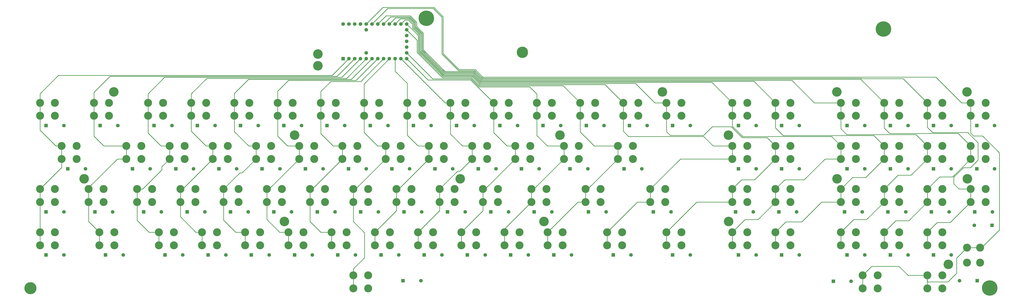
<source format=gtl>
%TF.GenerationSoftware,KiCad,Pcbnew,5.1.9-1.fc33*%
%TF.CreationDate,2021-04-02T14:54:25-04:00*%
%TF.ProjectId,pcb,7063622e-6b69-4636-9164-5f7063625858,rev?*%
%TF.SameCoordinates,Original*%
%TF.FileFunction,Copper,L1,Top*%
%TF.FilePolarity,Positive*%
%FSLAX46Y46*%
G04 Gerber Fmt 4.6, Leading zero omitted, Abs format (unit mm)*
G04 Created by KiCad (PCBNEW 5.1.9-1.fc33) date 2021-04-02 14:54:25*
%MOMM*%
%LPD*%
G01*
G04 APERTURE LIST*
%TA.AperFunction,ComponentPad*%
%ADD10C,4.200000*%
%TD*%
%TA.AperFunction,ComponentPad*%
%ADD11C,5.300000*%
%TD*%
%TA.AperFunction,ComponentPad*%
%ADD12C,5.000000*%
%TD*%
%TA.AperFunction,ComponentPad*%
%ADD13C,6.800000*%
%TD*%
%TA.AperFunction,ComponentPad*%
%ADD14C,1.600000*%
%TD*%
%TA.AperFunction,ComponentPad*%
%ADD15R,1.600000X1.600000*%
%TD*%
%TA.AperFunction,ComponentPad*%
%ADD16C,3.500000*%
%TD*%
%TA.AperFunction,Conductor*%
%ADD17C,0.250000*%
%TD*%
G04 APERTURE END LIST*
D10*
%TO.P,3.0mm,1*%
%TO.N,N/C*%
X482208000Y-247880000D03*
%TD*%
%TO.P,3.0mm,1*%
%TO.N,N/C*%
X190308000Y-228980000D03*
%TD*%
%TO.P,3.0mm,1*%
%TO.N,N/C*%
X304408000Y-228980000D03*
%TD*%
%TO.P,3.0mm,1*%
%TO.N,N/C*%
X385608000Y-228980000D03*
%TD*%
%TO.P,3.0mm,1*%
%TO.N,N/C*%
X102208000Y-210180000D03*
%TD*%
%TO.P,3.0mm,1*%
%TO.N,N/C*%
X267608000Y-210180000D03*
%TD*%
%TO.P,3.0mm,1*%
%TO.N,N/C*%
X433308000Y-210180000D03*
%TD*%
%TO.P,3.0mm,1*%
%TO.N,N/C*%
X490608000Y-210180000D03*
%TD*%
%TO.P,3.0mm,1*%
%TO.N,N/C*%
X194808000Y-190980000D03*
%TD*%
%TO.P,3.0mm,1*%
%TO.N,N/C*%
X311408000Y-190980000D03*
%TD*%
%TO.P,3.0mm,1*%
%TO.N,N/C*%
X385508000Y-190980000D03*
%TD*%
%TO.P,3.0mm,1*%
%TO.N,N/C*%
X115308000Y-171880000D03*
%TD*%
%TO.P,3.0mm,1*%
%TO.N,N/C*%
X356508000Y-171880000D03*
%TD*%
%TO.P,3.0mm,1*%
%TO.N,N/C*%
X433208000Y-171880000D03*
%TD*%
%TO.P,3.0mm,1*%
%TO.N,N/C*%
X490408000Y-171880000D03*
%TD*%
%TO.P,3.0mm,1*%
%TO.N,N/C*%
X205008000Y-160380000D03*
%TD*%
%TO.P,3.0mm,1*%
%TO.N,N/C*%
X205008000Y-155180000D03*
%TD*%
D11*
%TO.P,4.1mm,1*%
%TO.N,N/C*%
X78608000Y-258380000D03*
%TD*%
D12*
%TO.P,3.8mm,1*%
%TO.N,N/C*%
X294908000Y-154480000D03*
%TD*%
D13*
%TO.P,5.6mm,1*%
%TO.N,N/C*%
X500408000Y-258280000D03*
%TD*%
%TO.P,5.6mm,1*%
%TO.N,N/C*%
X252708000Y-139480000D03*
%TD*%
%TO.P,5.6mm,1*%
%TO.N,N/C*%
X453708000Y-144180000D03*
%TD*%
D14*
%TO.P,D0,2*%
%TO.N,Net-(D0-Pad2)*%
X93308000Y-186730000D03*
D15*
%TO.P,D0,1*%
%TO.N,/row0*%
X85508000Y-186730000D03*
%TD*%
D14*
%TO.P,D1,2*%
%TO.N,Net-(D1-Pad2)*%
X117058000Y-186730000D03*
D15*
%TO.P,D1,1*%
%TO.N,/row0*%
X109258000Y-186730000D03*
%TD*%
D14*
%TO.P,D2,2*%
%TO.N,Net-(D2-Pad2)*%
X140808000Y-186730000D03*
D15*
%TO.P,D2,1*%
%TO.N,/row0*%
X133008000Y-186730000D03*
%TD*%
D14*
%TO.P,D3,2*%
%TO.N,Net-(D3-Pad2)*%
X159808000Y-186730000D03*
D15*
%TO.P,D3,1*%
%TO.N,/row0*%
X152008000Y-186730000D03*
%TD*%
D14*
%TO.P,D4,2*%
%TO.N,Net-(D4-Pad2)*%
X178808000Y-186730000D03*
D15*
%TO.P,D4,1*%
%TO.N,/row0*%
X171008000Y-186730000D03*
%TD*%
D14*
%TO.P,D5,2*%
%TO.N,Net-(D5-Pad2)*%
X197808000Y-186730000D03*
D15*
%TO.P,D5,1*%
%TO.N,/row0*%
X190008000Y-186730000D03*
%TD*%
D14*
%TO.P,D6,2*%
%TO.N,Net-(D6-Pad2)*%
X216808000Y-186730000D03*
D15*
%TO.P,D6,1*%
%TO.N,/row0*%
X209008000Y-186730000D03*
%TD*%
D14*
%TO.P,D7,2*%
%TO.N,Net-(D7-Pad2)*%
X235808000Y-186730000D03*
D15*
%TO.P,D7,1*%
%TO.N,/row0*%
X228008000Y-186730000D03*
%TD*%
D14*
%TO.P,D8,2*%
%TO.N,Net-(D8-Pad2)*%
X254808000Y-186730000D03*
D15*
%TO.P,D8,1*%
%TO.N,/row0*%
X247008000Y-186730000D03*
%TD*%
D14*
%TO.P,D9,2*%
%TO.N,Net-(D9-Pad2)*%
X273808000Y-186730000D03*
D15*
%TO.P,D9,1*%
%TO.N,/row0*%
X266008000Y-186730000D03*
%TD*%
D14*
%TO.P,D10,2*%
%TO.N,Net-(D10-Pad2)*%
X292808000Y-186730000D03*
D15*
%TO.P,D10,1*%
%TO.N,/row0*%
X285008000Y-186730000D03*
%TD*%
D14*
%TO.P,D11,2*%
%TO.N,Net-(D11-Pad2)*%
X311808000Y-186730000D03*
D15*
%TO.P,D11,1*%
%TO.N,/row0*%
X304008000Y-186730000D03*
%TD*%
D14*
%TO.P,D12,2*%
%TO.N,Net-(D12-Pad2)*%
X330808000Y-186730000D03*
D15*
%TO.P,D12,1*%
%TO.N,/row0*%
X323008000Y-186730000D03*
%TD*%
D14*
%TO.P,D13,2*%
%TO.N,Net-(D13-Pad2)*%
X349808000Y-186730000D03*
D15*
%TO.P,D13,1*%
%TO.N,/row0*%
X342008000Y-186730000D03*
%TD*%
D14*
%TO.P,D14,2*%
%TO.N,Net-(D14-Pad2)*%
X368808000Y-186730000D03*
D15*
%TO.P,D14,1*%
%TO.N,/row0*%
X361008000Y-186730000D03*
%TD*%
D14*
%TO.P,D15,2*%
%TO.N,Net-(D15-Pad2)*%
X397708000Y-186730000D03*
D15*
%TO.P,D15,1*%
%TO.N,/row0*%
X389908000Y-186730000D03*
%TD*%
D14*
%TO.P,D16,2*%
%TO.N,Net-(D16-Pad2)*%
X416708000Y-186730000D03*
D15*
%TO.P,D16,1*%
%TO.N,/row0*%
X408908000Y-186730000D03*
%TD*%
D14*
%TO.P,D17,2*%
%TO.N,Net-(D17-Pad2)*%
X445508000Y-186730000D03*
D15*
%TO.P,D17,1*%
%TO.N,/row0*%
X437708000Y-186730000D03*
%TD*%
D14*
%TO.P,D18,2*%
%TO.N,Net-(D18-Pad2)*%
X464508000Y-186730000D03*
D15*
%TO.P,D18,1*%
%TO.N,/row0*%
X456708000Y-186730000D03*
%TD*%
D14*
%TO.P,D19,2*%
%TO.N,Net-(D19-Pad2)*%
X483508000Y-186730000D03*
D15*
%TO.P,D19,1*%
%TO.N,/row0*%
X475708000Y-186730000D03*
%TD*%
D14*
%TO.P,D20,2*%
%TO.N,Net-(D20-Pad2)*%
X502508000Y-186730000D03*
D15*
%TO.P,D20,1*%
%TO.N,/row0*%
X494708000Y-186730000D03*
%TD*%
D14*
%TO.P,D21,2*%
%TO.N,Net-(D21-Pad2)*%
X102808000Y-205730000D03*
D15*
%TO.P,D21,1*%
%TO.N,/row1*%
X95008000Y-205730000D03*
%TD*%
D14*
%TO.P,D22,2*%
%TO.N,Net-(D22-Pad2)*%
X131308000Y-205730000D03*
D15*
%TO.P,D22,1*%
%TO.N,/row1*%
X123508000Y-205730000D03*
%TD*%
D14*
%TO.P,D23,2*%
%TO.N,Net-(D23-Pad2)*%
X150308000Y-205730000D03*
D15*
%TO.P,D23,1*%
%TO.N,/row1*%
X142508000Y-205730000D03*
%TD*%
D14*
%TO.P,D24,2*%
%TO.N,Net-(D24-Pad2)*%
X169308000Y-205730000D03*
D15*
%TO.P,D24,1*%
%TO.N,/row1*%
X161508000Y-205730000D03*
%TD*%
D14*
%TO.P,D25,2*%
%TO.N,Net-(D25-Pad2)*%
X188308000Y-205730000D03*
D15*
%TO.P,D25,1*%
%TO.N,/row1*%
X180508000Y-205730000D03*
%TD*%
D14*
%TO.P,D26,2*%
%TO.N,Net-(D26-Pad2)*%
X207308000Y-205730000D03*
D15*
%TO.P,D26,1*%
%TO.N,/row1*%
X199508000Y-205730000D03*
%TD*%
D14*
%TO.P,D27,2*%
%TO.N,Net-(D27-Pad2)*%
X226308000Y-205730000D03*
D15*
%TO.P,D27,1*%
%TO.N,/row1*%
X218508000Y-205730000D03*
%TD*%
D14*
%TO.P,D28,2*%
%TO.N,Net-(D28-Pad2)*%
X245308000Y-205730000D03*
D15*
%TO.P,D28,1*%
%TO.N,/row1*%
X237508000Y-205730000D03*
%TD*%
D14*
%TO.P,D29,2*%
%TO.N,Net-(D29-Pad2)*%
X264308000Y-205730000D03*
D15*
%TO.P,D29,1*%
%TO.N,/row1*%
X256508000Y-205730000D03*
%TD*%
D14*
%TO.P,D30,2*%
%TO.N,Net-(D30-Pad2)*%
X283308000Y-205730000D03*
D15*
%TO.P,D30,1*%
%TO.N,/row1*%
X275508000Y-205730000D03*
%TD*%
D14*
%TO.P,D31,2*%
%TO.N,Net-(D31-Pad2)*%
X302308000Y-205730000D03*
D15*
%TO.P,D31,1*%
%TO.N,/row1*%
X294508000Y-205730000D03*
%TD*%
D14*
%TO.P,D32,2*%
%TO.N,Net-(D32-Pad2)*%
X323683000Y-205730000D03*
D15*
%TO.P,D32,1*%
%TO.N,/row1*%
X315883000Y-205730000D03*
%TD*%
D14*
%TO.P,D33,2*%
%TO.N,Net-(D33-Pad2)*%
X347433000Y-205730000D03*
D15*
%TO.P,D33,1*%
%TO.N,/row1*%
X339633000Y-205730000D03*
%TD*%
D14*
%TO.P,D34,2*%
%TO.N,Net-(D34-Pad2)*%
X397708000Y-205730000D03*
D15*
%TO.P,D34,1*%
%TO.N,/row1*%
X389908000Y-205730000D03*
%TD*%
D14*
%TO.P,D35,2*%
%TO.N,Net-(D35-Pad2)*%
X416708000Y-205730000D03*
D15*
%TO.P,D35,1*%
%TO.N,/row1*%
X408908000Y-205730000D03*
%TD*%
D14*
%TO.P,D36,2*%
%TO.N,Net-(D36-Pad2)*%
X445508000Y-205730000D03*
D15*
%TO.P,D36,1*%
%TO.N,/row1*%
X437708000Y-205730000D03*
%TD*%
D14*
%TO.P,D37,2*%
%TO.N,Net-(D37-Pad2)*%
X464508000Y-205730000D03*
D15*
%TO.P,D37,1*%
%TO.N,/row1*%
X456708000Y-205730000D03*
%TD*%
D14*
%TO.P,D38,2*%
%TO.N,Net-(D38-Pad2)*%
X483508000Y-205730000D03*
D15*
%TO.P,D38,1*%
%TO.N,/row1*%
X475708000Y-205730000D03*
%TD*%
D14*
%TO.P,D39,2*%
%TO.N,Net-(D39-Pad2)*%
X502508000Y-205730000D03*
D15*
%TO.P,D39,1*%
%TO.N,/row1*%
X494708000Y-205730000D03*
%TD*%
D14*
%TO.P,D41,2*%
%TO.N,Net-(D41-Pad2)*%
X493624000Y-230632000D03*
D15*
%TO.P,D41,1*%
%TO.N,/row1*%
X501424000Y-230632000D03*
%TD*%
D14*
%TO.P,D42,2*%
%TO.N,Net-(D42-Pad2)*%
X93308000Y-224730000D03*
D15*
%TO.P,D42,1*%
%TO.N,/row2*%
X85508000Y-224730000D03*
%TD*%
D14*
%TO.P,D43,2*%
%TO.N,Net-(D43-Pad2)*%
X114761750Y-224730000D03*
D15*
%TO.P,D43,1*%
%TO.N,/row2*%
X106961750Y-224730000D03*
%TD*%
D14*
%TO.P,D44,2*%
%TO.N,Net-(D44-Pad2)*%
X136215500Y-224730000D03*
D15*
%TO.P,D44,1*%
%TO.N,/row2*%
X128415500Y-224730000D03*
%TD*%
D14*
%TO.P,D45,2*%
%TO.N,Net-(D45-Pad2)*%
X155294250Y-224730000D03*
D15*
%TO.P,D45,1*%
%TO.N,/row2*%
X147494250Y-224730000D03*
%TD*%
D14*
%TO.P,D46,2*%
%TO.N,Net-(D46-Pad2)*%
X174373000Y-224730000D03*
D15*
%TO.P,D46,1*%
%TO.N,/row2*%
X166573000Y-224730000D03*
%TD*%
D14*
%TO.P,D47,2*%
%TO.N,Net-(D47-Pad2)*%
X193451750Y-224730000D03*
D15*
%TO.P,D47,1*%
%TO.N,/row2*%
X185651750Y-224730000D03*
%TD*%
D14*
%TO.P,D49,2*%
%TO.N,Net-(D49-Pad2)*%
X212530500Y-224730000D03*
D15*
%TO.P,D49,1*%
%TO.N,/row2*%
X204730500Y-224730000D03*
%TD*%
D14*
%TO.P,D50,2*%
%TO.N,Net-(D50-Pad2)*%
X231609250Y-224730000D03*
D15*
%TO.P,D50,1*%
%TO.N,/row2*%
X223809250Y-224730000D03*
%TD*%
D14*
%TO.P,D51,2*%
%TO.N,Net-(D51-Pad2)*%
X250688000Y-224730000D03*
D15*
%TO.P,D51,1*%
%TO.N,/row2*%
X242888000Y-224730000D03*
%TD*%
D14*
%TO.P,D52,2*%
%TO.N,Net-(D52-Pad2)*%
X269766750Y-224730000D03*
D15*
%TO.P,D52,1*%
%TO.N,/row2*%
X261966750Y-224730000D03*
%TD*%
D14*
%TO.P,D53,2*%
%TO.N,Net-(D53-Pad2)*%
X288845500Y-224730000D03*
D15*
%TO.P,D53,1*%
%TO.N,/row2*%
X281045500Y-224730000D03*
%TD*%
D14*
%TO.P,D54,2*%
%TO.N,Net-(D54-Pad2)*%
X307924250Y-224730000D03*
D15*
%TO.P,D54,1*%
%TO.N,/row2*%
X300124250Y-224730000D03*
%TD*%
D14*
%TO.P,D55,2*%
%TO.N,Net-(D55-Pad2)*%
X331753000Y-224730000D03*
D15*
%TO.P,D55,1*%
%TO.N,/row2*%
X323953000Y-224730000D03*
%TD*%
D14*
%TO.P,D56,2*%
%TO.N,Net-(D56-Pad2)*%
X360331750Y-224730000D03*
D15*
%TO.P,D56,1*%
%TO.N,/row2*%
X352531750Y-224730000D03*
%TD*%
D14*
%TO.P,D57,2*%
%TO.N,Net-(D57-Pad2)*%
X396435500Y-224730000D03*
D15*
%TO.P,D57,1*%
%TO.N,/row2*%
X388635500Y-224730000D03*
%TD*%
D14*
%TO.P,D58,2*%
%TO.N,Net-(D58-Pad2)*%
X415514250Y-224730000D03*
D15*
%TO.P,D58,1*%
%TO.N,/row2*%
X407714250Y-224730000D03*
%TD*%
D14*
%TO.P,D59,2*%
%TO.N,Net-(D59-Pad2)*%
X444393000Y-224730000D03*
D15*
%TO.P,D59,1*%
%TO.N,/row2*%
X436593000Y-224730000D03*
%TD*%
D14*
%TO.P,D60,2*%
%TO.N,Net-(D60-Pad2)*%
X463471750Y-224730000D03*
D15*
%TO.P,D60,1*%
%TO.N,/row2*%
X455671750Y-224730000D03*
%TD*%
D14*
%TO.P,D61,2*%
%TO.N,Net-(D61-Pad2)*%
X482550500Y-224730000D03*
D15*
%TO.P,D61,1*%
%TO.N,/row2*%
X474750500Y-224730000D03*
%TD*%
D14*
%TO.P,D62,2*%
%TO.N,Net-(D62-Pad2)*%
X501629250Y-224730000D03*
D15*
%TO.P,D62,1*%
%TO.N,/row2*%
X493829250Y-224730000D03*
%TD*%
D14*
%TO.P,D63,2*%
%TO.N,Net-(D63-Pad2)*%
X487110000Y-255016000D03*
D15*
%TO.P,D63,1*%
%TO.N,/row2*%
X494910000Y-255016000D03*
%TD*%
D14*
%TO.P,D64,2*%
%TO.N,Net-(D64-Pad2)*%
X93308000Y-243730000D03*
D15*
%TO.P,D64,1*%
%TO.N,/row3*%
X85508000Y-243730000D03*
%TD*%
D14*
%TO.P,D65,2*%
%TO.N,Net-(D65-Pad2)*%
X119433000Y-243730000D03*
D15*
%TO.P,D65,1*%
%TO.N,/row3*%
X111633000Y-243730000D03*
%TD*%
D14*
%TO.P,D66,2*%
%TO.N,Net-(D66-Pad2)*%
X145558000Y-243730000D03*
D15*
%TO.P,D66,1*%
%TO.N,/row3*%
X137758000Y-243730000D03*
%TD*%
D14*
%TO.P,D67,2*%
%TO.N,Net-(D67-Pad2)*%
X164558000Y-243730000D03*
D15*
%TO.P,D67,1*%
%TO.N,/row3*%
X156758000Y-243730000D03*
%TD*%
D14*
%TO.P,D68,2*%
%TO.N,Net-(D68-Pad2)*%
X183558000Y-243730000D03*
D15*
%TO.P,D68,1*%
%TO.N,/row3*%
X175758000Y-243730000D03*
%TD*%
D14*
%TO.P,D69,2*%
%TO.N,Net-(D69-Pad2)*%
X202558000Y-243730000D03*
D15*
%TO.P,D69,1*%
%TO.N,/row3*%
X194758000Y-243730000D03*
%TD*%
D14*
%TO.P,D70,2*%
%TO.N,Net-(D70-Pad2)*%
X221558000Y-243730000D03*
D15*
%TO.P,D70,1*%
%TO.N,/row3*%
X213758000Y-243730000D03*
%TD*%
D14*
%TO.P,D71,2*%
%TO.N,Net-(D71-Pad2)*%
X250280000Y-255016000D03*
D15*
%TO.P,D71,1*%
%TO.N,/row3*%
X242480000Y-255016000D03*
%TD*%
D14*
%TO.P,D72,2*%
%TO.N,Net-(D72-Pad2)*%
X240558000Y-243730000D03*
D15*
%TO.P,D72,1*%
%TO.N,/row3*%
X232758000Y-243730000D03*
%TD*%
D14*
%TO.P,D73,2*%
%TO.N,Net-(D73-Pad2)*%
X259558000Y-243730000D03*
D15*
%TO.P,D73,1*%
%TO.N,/row3*%
X251758000Y-243730000D03*
%TD*%
D14*
%TO.P,D74,2*%
%TO.N,Net-(D74-Pad2)*%
X278558000Y-243730000D03*
D15*
%TO.P,D74,1*%
%TO.N,/row3*%
X270758000Y-243730000D03*
%TD*%
D14*
%TO.P,D75,2*%
%TO.N,Net-(D75-Pad2)*%
X297558000Y-243730000D03*
D15*
%TO.P,D75,1*%
%TO.N,/row3*%
X289758000Y-243730000D03*
%TD*%
D14*
%TO.P,D76,2*%
%TO.N,Net-(D76-Pad2)*%
X316558000Y-243730000D03*
D15*
%TO.P,D76,1*%
%TO.N,/row3*%
X308758000Y-243730000D03*
%TD*%
D14*
%TO.P,D77,2*%
%TO.N,Net-(D77-Pad2)*%
X342683000Y-243730000D03*
D15*
%TO.P,D77,1*%
%TO.N,/row3*%
X334883000Y-243730000D03*
%TD*%
D14*
%TO.P,D78,2*%
%TO.N,Net-(D78-Pad2)*%
X368808000Y-243730000D03*
D15*
%TO.P,D78,1*%
%TO.N,/row3*%
X361008000Y-243730000D03*
%TD*%
D14*
%TO.P,D79,2*%
%TO.N,Net-(D79-Pad2)*%
X397708000Y-243730000D03*
D15*
%TO.P,D79,1*%
%TO.N,/row3*%
X389908000Y-243730000D03*
%TD*%
D14*
%TO.P,D80,2*%
%TO.N,Net-(D80-Pad2)*%
X416708000Y-243730000D03*
D15*
%TO.P,D80,1*%
%TO.N,/row3*%
X408908000Y-243730000D03*
%TD*%
D14*
%TO.P,D81,2*%
%TO.N,Net-(D81-Pad2)*%
X445508000Y-243730000D03*
D15*
%TO.P,D81,1*%
%TO.N,/row3*%
X437708000Y-243730000D03*
%TD*%
D14*
%TO.P,D82,2*%
%TO.N,Net-(D82-Pad2)*%
X464508000Y-243730000D03*
D15*
%TO.P,D82,1*%
%TO.N,/row3*%
X456708000Y-243730000D03*
%TD*%
D14*
%TO.P,D83,2*%
%TO.N,Net-(D83-Pad2)*%
X483508000Y-243730000D03*
D15*
%TO.P,D83,1*%
%TO.N,/row3*%
X475708000Y-243730000D03*
%TD*%
D14*
%TO.P,D84,2*%
%TO.N,Net-(D84-Pad2)*%
X439448000Y-255270000D03*
D15*
%TO.P,D84,1*%
%TO.N,/row3*%
X431648000Y-255270000D03*
%TD*%
D16*
%TO.P,K0,2*%
%TO.N,Net-(D0-Pad2)*%
X89408000Y-182420000D03*
%TO.P,K0,1*%
%TO.N,/col0*%
X82808000Y-182420000D03*
%TO.P,K0,2*%
%TO.N,Net-(D0-Pad2)*%
X89408000Y-176680000D03*
%TO.P,K0,1*%
%TO.N,/col0*%
X82808000Y-176680000D03*
%TD*%
%TO.P,K1,2*%
%TO.N,Net-(D1-Pad2)*%
X113158000Y-182420000D03*
%TO.P,K1,1*%
%TO.N,/col1*%
X106558000Y-182420000D03*
%TO.P,K1,2*%
%TO.N,Net-(D1-Pad2)*%
X113158000Y-176680000D03*
%TO.P,K1,1*%
%TO.N,/col1*%
X106558000Y-176680000D03*
%TD*%
%TO.P,K2,2*%
%TO.N,Net-(D2-Pad2)*%
X136908000Y-182420000D03*
%TO.P,K2,1*%
%TO.N,/col2*%
X130308000Y-182420000D03*
%TO.P,K2,2*%
%TO.N,Net-(D2-Pad2)*%
X136908000Y-176680000D03*
%TO.P,K2,1*%
%TO.N,/col2*%
X130308000Y-176680000D03*
%TD*%
%TO.P,K3,2*%
%TO.N,Net-(D3-Pad2)*%
X155908000Y-182420000D03*
%TO.P,K3,1*%
%TO.N,/col3*%
X149308000Y-182420000D03*
%TO.P,K3,2*%
%TO.N,Net-(D3-Pad2)*%
X155908000Y-176680000D03*
%TO.P,K3,1*%
%TO.N,/col3*%
X149308000Y-176680000D03*
%TD*%
%TO.P,K4,2*%
%TO.N,Net-(D4-Pad2)*%
X174908000Y-182420000D03*
%TO.P,K4,1*%
%TO.N,/col4*%
X168308000Y-182420000D03*
%TO.P,K4,2*%
%TO.N,Net-(D4-Pad2)*%
X174908000Y-176680000D03*
%TO.P,K4,1*%
%TO.N,/col4*%
X168308000Y-176680000D03*
%TD*%
%TO.P,K5,2*%
%TO.N,Net-(D5-Pad2)*%
X193908000Y-182420000D03*
%TO.P,K5,1*%
%TO.N,/col5*%
X187308000Y-182420000D03*
%TO.P,K5,2*%
%TO.N,Net-(D5-Pad2)*%
X193908000Y-176680000D03*
%TO.P,K5,1*%
%TO.N,/col5*%
X187308000Y-176680000D03*
%TD*%
%TO.P,K6,2*%
%TO.N,Net-(D6-Pad2)*%
X212908000Y-182420000D03*
%TO.P,K6,1*%
%TO.N,/col6*%
X206308000Y-182420000D03*
%TO.P,K6,2*%
%TO.N,Net-(D6-Pad2)*%
X212908000Y-176680000D03*
%TO.P,K6,1*%
%TO.N,/col6*%
X206308000Y-176680000D03*
%TD*%
%TO.P,K7,2*%
%TO.N,Net-(D7-Pad2)*%
X231908000Y-182420000D03*
%TO.P,K7,1*%
%TO.N,/col7*%
X225308000Y-182420000D03*
%TO.P,K7,2*%
%TO.N,Net-(D7-Pad2)*%
X231908000Y-176680000D03*
%TO.P,K7,1*%
%TO.N,/col7*%
X225308000Y-176680000D03*
%TD*%
%TO.P,K8,2*%
%TO.N,Net-(D8-Pad2)*%
X250908000Y-182420000D03*
%TO.P,K8,1*%
%TO.N,/col8*%
X244308000Y-182420000D03*
%TO.P,K8,2*%
%TO.N,Net-(D8-Pad2)*%
X250908000Y-176680000D03*
%TO.P,K8,1*%
%TO.N,/col8*%
X244308000Y-176680000D03*
%TD*%
%TO.P,K9,2*%
%TO.N,Net-(D9-Pad2)*%
X269908000Y-182420000D03*
%TO.P,K9,1*%
%TO.N,/col9*%
X263308000Y-182420000D03*
%TO.P,K9,2*%
%TO.N,Net-(D9-Pad2)*%
X269908000Y-176680000D03*
%TO.P,K9,1*%
%TO.N,/col9*%
X263308000Y-176680000D03*
%TD*%
%TO.P,K10,2*%
%TO.N,Net-(D10-Pad2)*%
X288908000Y-182420000D03*
%TO.P,K10,1*%
%TO.N,/col10*%
X282308000Y-182420000D03*
%TO.P,K10,2*%
%TO.N,Net-(D10-Pad2)*%
X288908000Y-176680000D03*
%TO.P,K10,1*%
%TO.N,/col10*%
X282308000Y-176680000D03*
%TD*%
%TO.P,K11,2*%
%TO.N,Net-(D11-Pad2)*%
X307908000Y-182420000D03*
%TO.P,K11,1*%
%TO.N,/col11*%
X301308000Y-182420000D03*
%TO.P,K11,2*%
%TO.N,Net-(D11-Pad2)*%
X307908000Y-176680000D03*
%TO.P,K11,1*%
%TO.N,/col11*%
X301308000Y-176680000D03*
%TD*%
%TO.P,K12,2*%
%TO.N,Net-(D12-Pad2)*%
X326908000Y-182420000D03*
%TO.P,K12,1*%
%TO.N,/col12*%
X320308000Y-182420000D03*
%TO.P,K12,2*%
%TO.N,Net-(D12-Pad2)*%
X326908000Y-176680000D03*
%TO.P,K12,1*%
%TO.N,/col12*%
X320308000Y-176680000D03*
%TD*%
%TO.P,K13,2*%
%TO.N,Net-(D13-Pad2)*%
X345908000Y-182420000D03*
%TO.P,K13,1*%
%TO.N,/col13*%
X339308000Y-182420000D03*
%TO.P,K13,2*%
%TO.N,Net-(D13-Pad2)*%
X345908000Y-176680000D03*
%TO.P,K13,1*%
%TO.N,/col13*%
X339308000Y-176680000D03*
%TD*%
%TO.P,K14,2*%
%TO.N,Net-(D14-Pad2)*%
X364908000Y-182420000D03*
%TO.P,K14,1*%
%TO.N,/col14*%
X358308000Y-182420000D03*
%TO.P,K14,2*%
%TO.N,Net-(D14-Pad2)*%
X364908000Y-176680000D03*
%TO.P,K14,1*%
%TO.N,/col14*%
X358308000Y-176680000D03*
%TD*%
%TO.P,K15,2*%
%TO.N,Net-(D15-Pad2)*%
X393808000Y-182420000D03*
%TO.P,K15,1*%
%TO.N,/col15*%
X387208000Y-182420000D03*
%TO.P,K15,2*%
%TO.N,Net-(D15-Pad2)*%
X393808000Y-176680000D03*
%TO.P,K15,1*%
%TO.N,/col15*%
X387208000Y-176680000D03*
%TD*%
%TO.P,K16,2*%
%TO.N,Net-(D16-Pad2)*%
X412808000Y-182420000D03*
%TO.P,K16,1*%
%TO.N,/col16*%
X406208000Y-182420000D03*
%TO.P,K16,2*%
%TO.N,Net-(D16-Pad2)*%
X412808000Y-176680000D03*
%TO.P,K16,1*%
%TO.N,/col16*%
X406208000Y-176680000D03*
%TD*%
%TO.P,K17,2*%
%TO.N,Net-(D17-Pad2)*%
X441608000Y-182420000D03*
%TO.P,K17,1*%
%TO.N,/col17*%
X435008000Y-182420000D03*
%TO.P,K17,2*%
%TO.N,Net-(D17-Pad2)*%
X441608000Y-176680000D03*
%TO.P,K17,1*%
%TO.N,/col17*%
X435008000Y-176680000D03*
%TD*%
%TO.P,K18,2*%
%TO.N,Net-(D18-Pad2)*%
X460608000Y-182420000D03*
%TO.P,K18,1*%
%TO.N,/col18*%
X454008000Y-182420000D03*
%TO.P,K18,2*%
%TO.N,Net-(D18-Pad2)*%
X460608000Y-176680000D03*
%TO.P,K18,1*%
%TO.N,/col18*%
X454008000Y-176680000D03*
%TD*%
%TO.P,K19,2*%
%TO.N,Net-(D19-Pad2)*%
X479608000Y-182420000D03*
%TO.P,K19,1*%
%TO.N,/col19*%
X473008000Y-182420000D03*
%TO.P,K19,2*%
%TO.N,Net-(D19-Pad2)*%
X479608000Y-176680000D03*
%TO.P,K19,1*%
%TO.N,/col19*%
X473008000Y-176680000D03*
%TD*%
%TO.P,K20,2*%
%TO.N,Net-(D20-Pad2)*%
X498608000Y-182420000D03*
%TO.P,K20,1*%
%TO.N,/col20*%
X492008000Y-182420000D03*
%TO.P,K20,2*%
%TO.N,Net-(D20-Pad2)*%
X498608000Y-176680000D03*
%TO.P,K20,1*%
%TO.N,/col20*%
X492008000Y-176680000D03*
%TD*%
%TO.P,K21,2*%
%TO.N,Net-(D21-Pad2)*%
X98908000Y-201420000D03*
%TO.P,K21,1*%
%TO.N,/col0*%
X92308000Y-201420000D03*
%TO.P,K21,2*%
%TO.N,Net-(D21-Pad2)*%
X98908000Y-195680000D03*
%TO.P,K21,1*%
%TO.N,/col0*%
X92308000Y-195680000D03*
%TD*%
%TO.P,K22,2*%
%TO.N,Net-(D22-Pad2)*%
X127408000Y-201420000D03*
%TO.P,K22,1*%
%TO.N,/col1*%
X120808000Y-201420000D03*
%TO.P,K22,2*%
%TO.N,Net-(D22-Pad2)*%
X127408000Y-195680000D03*
%TO.P,K22,1*%
%TO.N,/col1*%
X120808000Y-195680000D03*
%TD*%
%TO.P,K23,2*%
%TO.N,Net-(D23-Pad2)*%
X146408000Y-201420000D03*
%TO.P,K23,1*%
%TO.N,/col2*%
X139808000Y-201420000D03*
%TO.P,K23,2*%
%TO.N,Net-(D23-Pad2)*%
X146408000Y-195680000D03*
%TO.P,K23,1*%
%TO.N,/col2*%
X139808000Y-195680000D03*
%TD*%
%TO.P,K24,2*%
%TO.N,Net-(D24-Pad2)*%
X165408000Y-201420000D03*
%TO.P,K24,1*%
%TO.N,/col3*%
X158808000Y-201420000D03*
%TO.P,K24,2*%
%TO.N,Net-(D24-Pad2)*%
X165408000Y-195680000D03*
%TO.P,K24,1*%
%TO.N,/col3*%
X158808000Y-195680000D03*
%TD*%
%TO.P,K25,2*%
%TO.N,Net-(D25-Pad2)*%
X184408000Y-201420000D03*
%TO.P,K25,1*%
%TO.N,/col4*%
X177808000Y-201420000D03*
%TO.P,K25,2*%
%TO.N,Net-(D25-Pad2)*%
X184408000Y-195680000D03*
%TO.P,K25,1*%
%TO.N,/col4*%
X177808000Y-195680000D03*
%TD*%
%TO.P,K26,2*%
%TO.N,Net-(D26-Pad2)*%
X203408000Y-201420000D03*
%TO.P,K26,1*%
%TO.N,/col5*%
X196808000Y-201420000D03*
%TO.P,K26,2*%
%TO.N,Net-(D26-Pad2)*%
X203408000Y-195680000D03*
%TO.P,K26,1*%
%TO.N,/col5*%
X196808000Y-195680000D03*
%TD*%
%TO.P,K27,2*%
%TO.N,Net-(D27-Pad2)*%
X222408000Y-201420000D03*
%TO.P,K27,1*%
%TO.N,/col6*%
X215808000Y-201420000D03*
%TO.P,K27,2*%
%TO.N,Net-(D27-Pad2)*%
X222408000Y-195680000D03*
%TO.P,K27,1*%
%TO.N,/col6*%
X215808000Y-195680000D03*
%TD*%
%TO.P,K28,2*%
%TO.N,Net-(D28-Pad2)*%
X241408000Y-201420000D03*
%TO.P,K28,1*%
%TO.N,/col7*%
X234808000Y-201420000D03*
%TO.P,K28,2*%
%TO.N,Net-(D28-Pad2)*%
X241408000Y-195680000D03*
%TO.P,K28,1*%
%TO.N,/col7*%
X234808000Y-195680000D03*
%TD*%
%TO.P,K29,2*%
%TO.N,Net-(D29-Pad2)*%
X260408000Y-201420000D03*
%TO.P,K29,1*%
%TO.N,/col8*%
X253808000Y-201420000D03*
%TO.P,K29,2*%
%TO.N,Net-(D29-Pad2)*%
X260408000Y-195680000D03*
%TO.P,K29,1*%
%TO.N,/col8*%
X253808000Y-195680000D03*
%TD*%
%TO.P,K30,2*%
%TO.N,Net-(D30-Pad2)*%
X279408000Y-201420000D03*
%TO.P,K30,1*%
%TO.N,/col9*%
X272808000Y-201420000D03*
%TO.P,K30,2*%
%TO.N,Net-(D30-Pad2)*%
X279408000Y-195680000D03*
%TO.P,K30,1*%
%TO.N,/col9*%
X272808000Y-195680000D03*
%TD*%
%TO.P,K31,2*%
%TO.N,Net-(D31-Pad2)*%
X298408000Y-201420000D03*
%TO.P,K31,1*%
%TO.N,/col10*%
X291808000Y-201420000D03*
%TO.P,K31,2*%
%TO.N,Net-(D31-Pad2)*%
X298408000Y-195680000D03*
%TO.P,K31,1*%
%TO.N,/col10*%
X291808000Y-195680000D03*
%TD*%
%TO.P,K32,2*%
%TO.N,Net-(D32-Pad2)*%
X319783000Y-201420000D03*
%TO.P,K32,1*%
%TO.N,/col11*%
X313183000Y-201420000D03*
%TO.P,K32,2*%
%TO.N,Net-(D32-Pad2)*%
X319783000Y-195680000D03*
%TO.P,K32,1*%
%TO.N,/col11*%
X313183000Y-195680000D03*
%TD*%
%TO.P,K33,2*%
%TO.N,Net-(D33-Pad2)*%
X343533000Y-201420000D03*
%TO.P,K33,1*%
%TO.N,/col12*%
X336933000Y-201420000D03*
%TO.P,K33,2*%
%TO.N,Net-(D33-Pad2)*%
X343533000Y-195680000D03*
%TO.P,K33,1*%
%TO.N,/col12*%
X336933000Y-195680000D03*
%TD*%
%TO.P,K34,2*%
%TO.N,Net-(D34-Pad2)*%
X393808000Y-201420000D03*
%TO.P,K34,1*%
%TO.N,/col13*%
X387208000Y-201420000D03*
%TO.P,K34,2*%
%TO.N,Net-(D34-Pad2)*%
X393808000Y-195680000D03*
%TO.P,K34,1*%
%TO.N,/col13*%
X387208000Y-195680000D03*
%TD*%
%TO.P,K35,2*%
%TO.N,Net-(D35-Pad2)*%
X412808000Y-201420000D03*
%TO.P,K35,1*%
%TO.N,/col14*%
X406208000Y-201420000D03*
%TO.P,K35,2*%
%TO.N,Net-(D35-Pad2)*%
X412808000Y-195680000D03*
%TO.P,K35,1*%
%TO.N,/col14*%
X406208000Y-195680000D03*
%TD*%
%TO.P,K36,2*%
%TO.N,Net-(D36-Pad2)*%
X441608000Y-201420000D03*
%TO.P,K36,1*%
%TO.N,/col15*%
X435008000Y-201420000D03*
%TO.P,K36,2*%
%TO.N,Net-(D36-Pad2)*%
X441608000Y-195680000D03*
%TO.P,K36,1*%
%TO.N,/col15*%
X435008000Y-195680000D03*
%TD*%
%TO.P,K37,2*%
%TO.N,Net-(D37-Pad2)*%
X460608000Y-201420000D03*
%TO.P,K37,1*%
%TO.N,/col16*%
X454008000Y-201420000D03*
%TO.P,K37,2*%
%TO.N,Net-(D37-Pad2)*%
X460608000Y-195680000D03*
%TO.P,K37,1*%
%TO.N,/col16*%
X454008000Y-195680000D03*
%TD*%
%TO.P,K38,2*%
%TO.N,Net-(D38-Pad2)*%
X479608000Y-201420000D03*
%TO.P,K38,1*%
%TO.N,/col17*%
X473008000Y-201420000D03*
%TO.P,K38,2*%
%TO.N,Net-(D38-Pad2)*%
X479608000Y-195680000D03*
%TO.P,K38,1*%
%TO.N,/col17*%
X473008000Y-195680000D03*
%TD*%
%TO.P,K39,2*%
%TO.N,Net-(D39-Pad2)*%
X498608000Y-201420000D03*
%TO.P,K39,1*%
%TO.N,/col18*%
X492008000Y-201420000D03*
%TO.P,K39,2*%
%TO.N,Net-(D39-Pad2)*%
X498608000Y-195680000D03*
%TO.P,K39,1*%
%TO.N,/col18*%
X492008000Y-195680000D03*
%TD*%
%TO.P,K41,2*%
%TO.N,Net-(D41-Pad2)*%
X490421000Y-247100000D03*
%TO.P,K41,1*%
%TO.N,/col20*%
X490421000Y-240500000D03*
%TO.P,K41,2*%
%TO.N,Net-(D41-Pad2)*%
X496161000Y-247100000D03*
%TO.P,K41,1*%
%TO.N,/col20*%
X496161000Y-240500000D03*
%TD*%
%TO.P,K42,2*%
%TO.N,Net-(D42-Pad2)*%
X89408000Y-220420000D03*
%TO.P,K42,1*%
%TO.N,/col0*%
X82808000Y-220420000D03*
%TO.P,K42,2*%
%TO.N,Net-(D42-Pad2)*%
X89408000Y-214680000D03*
%TO.P,K42,1*%
%TO.N,/col0*%
X82808000Y-214680000D03*
%TD*%
%TO.P,K43,2*%
%TO.N,Net-(D43-Pad2)*%
X110783000Y-220420000D03*
%TO.P,K43,1*%
%TO.N,/col1*%
X104183000Y-220420000D03*
%TO.P,K43,2*%
%TO.N,Net-(D43-Pad2)*%
X110783000Y-214680000D03*
%TO.P,K43,1*%
%TO.N,/col1*%
X104183000Y-214680000D03*
%TD*%
%TO.P,K44,2*%
%TO.N,Net-(D44-Pad2)*%
X132158000Y-220420000D03*
%TO.P,K44,1*%
%TO.N,/col2*%
X125558000Y-220420000D03*
%TO.P,K44,2*%
%TO.N,Net-(D44-Pad2)*%
X132158000Y-214680000D03*
%TO.P,K44,1*%
%TO.N,/col2*%
X125558000Y-214680000D03*
%TD*%
%TO.P,K45,2*%
%TO.N,Net-(D45-Pad2)*%
X151158000Y-220420000D03*
%TO.P,K45,1*%
%TO.N,/col3*%
X144558000Y-220420000D03*
%TO.P,K45,2*%
%TO.N,Net-(D45-Pad2)*%
X151158000Y-214680000D03*
%TO.P,K45,1*%
%TO.N,/col3*%
X144558000Y-214680000D03*
%TD*%
%TO.P,K46,2*%
%TO.N,Net-(D46-Pad2)*%
X170158000Y-220420000D03*
%TO.P,K46,1*%
%TO.N,/col4*%
X163558000Y-220420000D03*
%TO.P,K46,2*%
%TO.N,Net-(D46-Pad2)*%
X170158000Y-214680000D03*
%TO.P,K46,1*%
%TO.N,/col4*%
X163558000Y-214680000D03*
%TD*%
%TO.P,K47,2*%
%TO.N,Net-(D47-Pad2)*%
X189158000Y-220420000D03*
%TO.P,K47,1*%
%TO.N,/col5*%
X182558000Y-220420000D03*
%TO.P,K47,2*%
%TO.N,Net-(D47-Pad2)*%
X189158000Y-214680000D03*
%TO.P,K47,1*%
%TO.N,/col5*%
X182558000Y-214680000D03*
%TD*%
%TO.P,K49,2*%
%TO.N,Net-(D49-Pad2)*%
X208158000Y-220420000D03*
%TO.P,K49,1*%
%TO.N,/col6*%
X201558000Y-220420000D03*
%TO.P,K49,2*%
%TO.N,Net-(D49-Pad2)*%
X208158000Y-214680000D03*
%TO.P,K49,1*%
%TO.N,/col6*%
X201558000Y-214680000D03*
%TD*%
%TO.P,K50,2*%
%TO.N,Net-(D50-Pad2)*%
X227158000Y-220420000D03*
%TO.P,K50,1*%
%TO.N,/col7*%
X220558000Y-220420000D03*
%TO.P,K50,2*%
%TO.N,Net-(D50-Pad2)*%
X227158000Y-214680000D03*
%TO.P,K50,1*%
%TO.N,/col7*%
X220558000Y-214680000D03*
%TD*%
%TO.P,K51,2*%
%TO.N,Net-(D51-Pad2)*%
X246158000Y-220420000D03*
%TO.P,K51,1*%
%TO.N,/col8*%
X239558000Y-220420000D03*
%TO.P,K51,2*%
%TO.N,Net-(D51-Pad2)*%
X246158000Y-214680000D03*
%TO.P,K51,1*%
%TO.N,/col8*%
X239558000Y-214680000D03*
%TD*%
%TO.P,K52,2*%
%TO.N,Net-(D52-Pad2)*%
X265158000Y-220420000D03*
%TO.P,K52,1*%
%TO.N,/col9*%
X258558000Y-220420000D03*
%TO.P,K52,2*%
%TO.N,Net-(D52-Pad2)*%
X265158000Y-214680000D03*
%TO.P,K52,1*%
%TO.N,/col9*%
X258558000Y-214680000D03*
%TD*%
%TO.P,K53,2*%
%TO.N,Net-(D53-Pad2)*%
X284158000Y-220420000D03*
%TO.P,K53,1*%
%TO.N,/col10*%
X277558000Y-220420000D03*
%TO.P,K53,2*%
%TO.N,Net-(D53-Pad2)*%
X284158000Y-214680000D03*
%TO.P,K53,1*%
%TO.N,/col10*%
X277558000Y-214680000D03*
%TD*%
%TO.P,K54,2*%
%TO.N,Net-(D54-Pad2)*%
X305533000Y-220420000D03*
%TO.P,K54,1*%
%TO.N,/col11*%
X298933000Y-220420000D03*
%TO.P,K54,2*%
%TO.N,Net-(D54-Pad2)*%
X305533000Y-214680000D03*
%TO.P,K54,1*%
%TO.N,/col11*%
X298933000Y-214680000D03*
%TD*%
%TO.P,K55,2*%
%TO.N,Net-(D55-Pad2)*%
X329283000Y-220420000D03*
%TO.P,K55,1*%
%TO.N,/col12*%
X322683000Y-220420000D03*
%TO.P,K55,2*%
%TO.N,Net-(D55-Pad2)*%
X329283000Y-214680000D03*
%TO.P,K55,1*%
%TO.N,/col12*%
X322683000Y-214680000D03*
%TD*%
%TO.P,K56,2*%
%TO.N,Net-(D56-Pad2)*%
X357783000Y-220420000D03*
%TO.P,K56,1*%
%TO.N,/col13*%
X351183000Y-220420000D03*
%TO.P,K56,2*%
%TO.N,Net-(D56-Pad2)*%
X357783000Y-214680000D03*
%TO.P,K56,1*%
%TO.N,/col13*%
X351183000Y-214680000D03*
%TD*%
%TO.P,K57,2*%
%TO.N,Net-(D57-Pad2)*%
X393808000Y-220420000D03*
%TO.P,K57,1*%
%TO.N,/col14*%
X387208000Y-220420000D03*
%TO.P,K57,2*%
%TO.N,Net-(D57-Pad2)*%
X393808000Y-214680000D03*
%TO.P,K57,1*%
%TO.N,/col14*%
X387208000Y-214680000D03*
%TD*%
%TO.P,K58,2*%
%TO.N,Net-(D58-Pad2)*%
X412808000Y-220420000D03*
%TO.P,K58,1*%
%TO.N,/col15*%
X406208000Y-220420000D03*
%TO.P,K58,2*%
%TO.N,Net-(D58-Pad2)*%
X412808000Y-214680000D03*
%TO.P,K58,1*%
%TO.N,/col15*%
X406208000Y-214680000D03*
%TD*%
%TO.P,K59,2*%
%TO.N,Net-(D59-Pad2)*%
X441608000Y-220420000D03*
%TO.P,K59,1*%
%TO.N,/col16*%
X435008000Y-220420000D03*
%TO.P,K59,2*%
%TO.N,Net-(D59-Pad2)*%
X441608000Y-214680000D03*
%TO.P,K59,1*%
%TO.N,/col16*%
X435008000Y-214680000D03*
%TD*%
%TO.P,K60,2*%
%TO.N,Net-(D60-Pad2)*%
X460608000Y-220420000D03*
%TO.P,K60,1*%
%TO.N,/col17*%
X454008000Y-220420000D03*
%TO.P,K60,2*%
%TO.N,Net-(D60-Pad2)*%
X460608000Y-214680000D03*
%TO.P,K60,1*%
%TO.N,/col17*%
X454008000Y-214680000D03*
%TD*%
%TO.P,K61,2*%
%TO.N,Net-(D61-Pad2)*%
X479608000Y-220420000D03*
%TO.P,K61,1*%
%TO.N,/col18*%
X473008000Y-220420000D03*
%TO.P,K61,2*%
%TO.N,Net-(D61-Pad2)*%
X479608000Y-214680000D03*
%TO.P,K61,1*%
%TO.N,/col18*%
X473008000Y-214680000D03*
%TD*%
%TO.P,K62,2*%
%TO.N,Net-(D62-Pad2)*%
X498608000Y-220420000D03*
%TO.P,K62,1*%
%TO.N,/col19*%
X492008000Y-220420000D03*
%TO.P,K62,2*%
%TO.N,Net-(D62-Pad2)*%
X498608000Y-214680000D03*
%TO.P,K62,1*%
%TO.N,/col19*%
X492008000Y-214680000D03*
%TD*%
%TO.P,K63,2*%
%TO.N,Net-(D63-Pad2)*%
X479608000Y-258420000D03*
%TO.P,K63,1*%
%TO.N,/col20*%
X473008000Y-258420000D03*
%TO.P,K63,2*%
%TO.N,Net-(D63-Pad2)*%
X479608000Y-252680000D03*
%TO.P,K63,1*%
%TO.N,/col20*%
X473008000Y-252680000D03*
%TD*%
%TO.P,K64,2*%
%TO.N,Net-(D64-Pad2)*%
X89408000Y-239420000D03*
%TO.P,K64,1*%
%TO.N,/col0*%
X82808000Y-239420000D03*
%TO.P,K64,2*%
%TO.N,Net-(D64-Pad2)*%
X89408000Y-233680000D03*
%TO.P,K64,1*%
%TO.N,/col0*%
X82808000Y-233680000D03*
%TD*%
%TO.P,K65,2*%
%TO.N,Net-(D65-Pad2)*%
X115533000Y-239420000D03*
%TO.P,K65,1*%
%TO.N,/col1*%
X108933000Y-239420000D03*
%TO.P,K65,2*%
%TO.N,Net-(D65-Pad2)*%
X115533000Y-233680000D03*
%TO.P,K65,1*%
%TO.N,/col1*%
X108933000Y-233680000D03*
%TD*%
%TO.P,K66,2*%
%TO.N,Net-(D66-Pad2)*%
X141658000Y-239420000D03*
%TO.P,K66,1*%
%TO.N,/col2*%
X135058000Y-239420000D03*
%TO.P,K66,2*%
%TO.N,Net-(D66-Pad2)*%
X141658000Y-233680000D03*
%TO.P,K66,1*%
%TO.N,/col2*%
X135058000Y-233680000D03*
%TD*%
%TO.P,K67,2*%
%TO.N,Net-(D67-Pad2)*%
X160658000Y-239420000D03*
%TO.P,K67,1*%
%TO.N,/col3*%
X154058000Y-239420000D03*
%TO.P,K67,2*%
%TO.N,Net-(D67-Pad2)*%
X160658000Y-233680000D03*
%TO.P,K67,1*%
%TO.N,/col3*%
X154058000Y-233680000D03*
%TD*%
%TO.P,K68,2*%
%TO.N,Net-(D68-Pad2)*%
X179658000Y-239420000D03*
%TO.P,K68,1*%
%TO.N,/col4*%
X173058000Y-239420000D03*
%TO.P,K68,2*%
%TO.N,Net-(D68-Pad2)*%
X179658000Y-233680000D03*
%TO.P,K68,1*%
%TO.N,/col4*%
X173058000Y-233680000D03*
%TD*%
%TO.P,K69,2*%
%TO.N,Net-(D69-Pad2)*%
X198658000Y-239420000D03*
%TO.P,K69,1*%
%TO.N,/col5*%
X192058000Y-239420000D03*
%TO.P,K69,2*%
%TO.N,Net-(D69-Pad2)*%
X198658000Y-233680000D03*
%TO.P,K69,1*%
%TO.N,/col5*%
X192058000Y-233680000D03*
%TD*%
%TO.P,K70,2*%
%TO.N,Net-(D70-Pad2)*%
X217658000Y-239420000D03*
%TO.P,K70,1*%
%TO.N,/col6*%
X211058000Y-239420000D03*
%TO.P,K70,2*%
%TO.N,Net-(D70-Pad2)*%
X217658000Y-233680000D03*
%TO.P,K70,1*%
%TO.N,/col6*%
X211058000Y-233680000D03*
%TD*%
%TO.P,K71,2*%
%TO.N,Net-(D71-Pad2)*%
X227158000Y-258420000D03*
%TO.P,K71,1*%
%TO.N,/col7*%
X220558000Y-258420000D03*
%TO.P,K71,2*%
%TO.N,Net-(D71-Pad2)*%
X227158000Y-252680000D03*
%TO.P,K71,1*%
%TO.N,/col7*%
X220558000Y-252680000D03*
%TD*%
%TO.P,K72,2*%
%TO.N,Net-(D72-Pad2)*%
X236658000Y-239420000D03*
%TO.P,K72,1*%
%TO.N,/col8*%
X230058000Y-239420000D03*
%TO.P,K72,2*%
%TO.N,Net-(D72-Pad2)*%
X236658000Y-233680000D03*
%TO.P,K72,1*%
%TO.N,/col8*%
X230058000Y-233680000D03*
%TD*%
%TO.P,K73,2*%
%TO.N,Net-(D73-Pad2)*%
X255658000Y-239420000D03*
%TO.P,K73,1*%
%TO.N,/col9*%
X249058000Y-239420000D03*
%TO.P,K73,2*%
%TO.N,Net-(D73-Pad2)*%
X255658000Y-233680000D03*
%TO.P,K73,1*%
%TO.N,/col9*%
X249058000Y-233680000D03*
%TD*%
%TO.P,K74,2*%
%TO.N,Net-(D74-Pad2)*%
X274658000Y-239420000D03*
%TO.P,K74,1*%
%TO.N,/col10*%
X268058000Y-239420000D03*
%TO.P,K74,2*%
%TO.N,Net-(D74-Pad2)*%
X274658000Y-233680000D03*
%TO.P,K74,1*%
%TO.N,/col10*%
X268058000Y-233680000D03*
%TD*%
%TO.P,K75,2*%
%TO.N,Net-(D75-Pad2)*%
X293658000Y-239420000D03*
%TO.P,K75,1*%
%TO.N,/col11*%
X287058000Y-239420000D03*
%TO.P,K75,2*%
%TO.N,Net-(D75-Pad2)*%
X293658000Y-233680000D03*
%TO.P,K75,1*%
%TO.N,/col11*%
X287058000Y-233680000D03*
%TD*%
%TO.P,K76,2*%
%TO.N,Net-(D76-Pad2)*%
X312658000Y-239420000D03*
%TO.P,K76,1*%
%TO.N,/col12*%
X306058000Y-239420000D03*
%TO.P,K76,2*%
%TO.N,Net-(D76-Pad2)*%
X312658000Y-233680000D03*
%TO.P,K76,1*%
%TO.N,/col12*%
X306058000Y-233680000D03*
%TD*%
%TO.P,K77,2*%
%TO.N,Net-(D77-Pad2)*%
X338783000Y-239420000D03*
%TO.P,K77,1*%
%TO.N,/col13*%
X332183000Y-239420000D03*
%TO.P,K77,2*%
%TO.N,Net-(D77-Pad2)*%
X338783000Y-233680000D03*
%TO.P,K77,1*%
%TO.N,/col13*%
X332183000Y-233680000D03*
%TD*%
%TO.P,K78,2*%
%TO.N,Net-(D78-Pad2)*%
X364908000Y-239420000D03*
%TO.P,K78,1*%
%TO.N,/col14*%
X358308000Y-239420000D03*
%TO.P,K78,2*%
%TO.N,Net-(D78-Pad2)*%
X364908000Y-233680000D03*
%TO.P,K78,1*%
%TO.N,/col14*%
X358308000Y-233680000D03*
%TD*%
%TO.P,K79,2*%
%TO.N,Net-(D79-Pad2)*%
X393808000Y-239420000D03*
%TO.P,K79,1*%
%TO.N,/col15*%
X387208000Y-239420000D03*
%TO.P,K79,2*%
%TO.N,Net-(D79-Pad2)*%
X393808000Y-233680000D03*
%TO.P,K79,1*%
%TO.N,/col15*%
X387208000Y-233680000D03*
%TD*%
%TO.P,K80,2*%
%TO.N,Net-(D80-Pad2)*%
X412808000Y-239420000D03*
%TO.P,K80,1*%
%TO.N,/col16*%
X406208000Y-239420000D03*
%TO.P,K80,2*%
%TO.N,Net-(D80-Pad2)*%
X412808000Y-233680000D03*
%TO.P,K80,1*%
%TO.N,/col16*%
X406208000Y-233680000D03*
%TD*%
%TO.P,K81,2*%
%TO.N,Net-(D81-Pad2)*%
X441608000Y-239420000D03*
%TO.P,K81,1*%
%TO.N,/col17*%
X435008000Y-239420000D03*
%TO.P,K81,2*%
%TO.N,Net-(D81-Pad2)*%
X441608000Y-233680000D03*
%TO.P,K81,1*%
%TO.N,/col17*%
X435008000Y-233680000D03*
%TD*%
%TO.P,K82,2*%
%TO.N,Net-(D82-Pad2)*%
X460608000Y-239420000D03*
%TO.P,K82,1*%
%TO.N,/col18*%
X454008000Y-239420000D03*
%TO.P,K82,2*%
%TO.N,Net-(D82-Pad2)*%
X460608000Y-233680000D03*
%TO.P,K82,1*%
%TO.N,/col18*%
X454008000Y-233680000D03*
%TD*%
%TO.P,K83,2*%
%TO.N,Net-(D83-Pad2)*%
X479608000Y-239420000D03*
%TO.P,K83,1*%
%TO.N,/col19*%
X473008000Y-239420000D03*
%TO.P,K83,2*%
%TO.N,Net-(D83-Pad2)*%
X479608000Y-233680000D03*
%TO.P,K83,1*%
%TO.N,/col19*%
X473008000Y-233680000D03*
%TD*%
%TO.P,K84,2*%
%TO.N,Net-(D84-Pad2)*%
X451108000Y-258420000D03*
%TO.P,K84,1*%
%TO.N,/col20*%
X444508000Y-258420000D03*
%TO.P,K84,2*%
%TO.N,Net-(D84-Pad2)*%
X451108000Y-252680000D03*
%TO.P,K84,1*%
%TO.N,/col20*%
X444508000Y-252680000D03*
%TD*%
D14*
%TO.P,U0,31*%
%TO.N,/row0*%
X226314000Y-144526000D03*
%TO.P,U0,30*%
%TO.N,Net-(U0-Pad30)*%
X226314000Y-154686000D03*
%TO.P,U0,29*%
%TO.N,Net-(U0-Pad29)*%
X216154000Y-141986000D03*
%TO.P,U0,28*%
%TO.N,/row1*%
X218694000Y-141986000D03*
%TO.P,U0,27*%
%TO.N,/row2*%
X221234000Y-141986000D03*
%TO.P,U0,26*%
%TO.N,/row3*%
X223774000Y-141986000D03*
%TO.P,U0,25*%
%TO.N,/col20*%
X226314000Y-141986000D03*
%TO.P,U0,24*%
%TO.N,/col19*%
X228854000Y-141986000D03*
%TO.P,U0,23*%
%TO.N,/col18*%
X231394000Y-141986000D03*
%TO.P,U0,22*%
%TO.N,/col17*%
X233934000Y-141986000D03*
%TO.P,U0,21*%
%TO.N,/col16*%
X236474000Y-141986000D03*
%TO.P,U0,20*%
%TO.N,/col15*%
X239014000Y-141986000D03*
%TO.P,U0,19*%
%TO.N,/col14*%
X241554000Y-141986000D03*
%TO.P,U0,18*%
%TO.N,/col13*%
X244094000Y-141986000D03*
%TO.P,U0,17*%
%TO.N,/col12*%
X244094000Y-144526000D03*
%TO.P,U0,16*%
%TO.N,Net-(U0-Pad16)*%
X244094000Y-147066000D03*
%TO.P,U0,14*%
%TO.N,Net-(U0-Pad14)*%
X244094000Y-152146000D03*
%TO.P,U0,13*%
%TO.N,/col11*%
X244094000Y-154686000D03*
%TO.P,U0,12*%
%TO.N,/col10*%
X244094000Y-157226000D03*
%TO.P,U0,11*%
%TO.N,/col9*%
X241554000Y-157226000D03*
%TO.P,U0,10*%
%TO.N,/col8*%
X239014000Y-157226000D03*
%TO.P,U0,9*%
%TO.N,/col7*%
X236474000Y-157226000D03*
%TO.P,U0,8*%
%TO.N,/col6*%
X233934000Y-157226000D03*
%TO.P,U0,7*%
%TO.N,/col5*%
X231394000Y-157226000D03*
%TO.P,U0,6*%
%TO.N,/col4*%
X228854000Y-157226000D03*
%TO.P,U0,5*%
%TO.N,/col3*%
X226314000Y-157226000D03*
%TO.P,U0,4*%
%TO.N,/col2*%
X223774000Y-157226000D03*
%TO.P,U0,3*%
%TO.N,/col1*%
X221234000Y-157226000D03*
%TO.P,U0,2*%
%TO.N,/col0*%
X218694000Y-157226000D03*
D15*
%TO.P,U0,1*%
%TO.N,Net-(U0-Pad1)*%
X216154000Y-157226000D03*
D14*
%TO.P,U0,15*%
%TO.N,Net-(U0-Pad15)*%
X244094000Y-149606000D03*
%TD*%
D17*
%TO.N,/col0*%
X82808000Y-176680000D02*
X82808000Y-182420000D01*
X82808000Y-182420000D02*
X82808000Y-188726000D01*
X89762000Y-195680000D02*
X92308000Y-195680000D01*
X82808000Y-188726000D02*
X89762000Y-195680000D01*
X92308000Y-195680000D02*
X92308000Y-201420000D01*
X92308000Y-205180000D02*
X82808000Y-214680000D01*
X92308000Y-201420000D02*
X92308000Y-205180000D01*
X82808000Y-214680000D02*
X82808000Y-220420000D01*
X82808000Y-220420000D02*
X82808000Y-233680000D01*
X82808000Y-233680000D02*
X82808000Y-239420000D01*
X82808000Y-176680000D02*
X82808000Y-172716000D01*
X82808000Y-172716000D02*
X90932000Y-164592000D01*
X211328000Y-164592000D02*
X218694000Y-157226000D01*
X90932000Y-164592000D02*
X211328000Y-164592000D01*
%TO.N,/col1*%
X106558000Y-176680000D02*
X106558000Y-191394000D01*
X110844000Y-195680000D02*
X120808000Y-195680000D01*
X106558000Y-191394000D02*
X110844000Y-195680000D01*
X120808000Y-195680000D02*
X120808000Y-201420000D01*
X120808000Y-201420000D02*
X116842000Y-201420000D01*
X104183000Y-214079000D02*
X104183000Y-214680000D01*
X116842000Y-201420000D02*
X104183000Y-214079000D01*
X104183000Y-214680000D02*
X104183000Y-220420000D01*
X104183000Y-228930000D02*
X108933000Y-233680000D01*
X104183000Y-220420000D02*
X104183000Y-228930000D01*
X108933000Y-233680000D02*
X108933000Y-239420000D01*
X106558000Y-176680000D02*
X106558000Y-172080000D01*
X213417990Y-165042010D02*
X221234000Y-157226000D01*
X113595990Y-165042010D02*
X213417990Y-165042010D01*
X106558000Y-172080000D02*
X113595990Y-165042010D01*
%TO.N,/col2*%
X130308000Y-176680000D02*
X130308000Y-189998000D01*
X135990000Y-195680000D02*
X139808000Y-195680000D01*
X130308000Y-189998000D02*
X135990000Y-195680000D01*
X139808000Y-195680000D02*
X139808000Y-201420000D01*
X139808000Y-201420000D02*
X136398000Y-204830000D01*
X136398000Y-204830000D02*
X136398000Y-206248000D01*
X127966000Y-214680000D02*
X125558000Y-214680000D01*
X136398000Y-206248000D02*
X127966000Y-214680000D01*
X125558000Y-214680000D02*
X125558000Y-220420000D01*
X125558000Y-220420000D02*
X125558000Y-228428000D01*
X130810000Y-233680000D02*
X135058000Y-233680000D01*
X125558000Y-228428000D02*
X130810000Y-233680000D01*
X135058000Y-233680000D02*
X135058000Y-239420000D01*
X130308000Y-176680000D02*
X130308000Y-172714000D01*
X215507980Y-165492020D02*
X223774000Y-157226000D01*
X137529980Y-165492020D02*
X215507980Y-165492020D01*
X130308000Y-172714000D02*
X137529980Y-165492020D01*
%TO.N,/col3*%
X149308000Y-176680000D02*
X149308000Y-182420000D01*
X149308000Y-182420000D02*
X149308000Y-189186000D01*
X155802000Y-195680000D02*
X158808000Y-195680000D01*
X149308000Y-189186000D02*
X155802000Y-195680000D01*
X158808000Y-195680000D02*
X158808000Y-201420000D01*
X145548000Y-214680000D02*
X144558000Y-214680000D01*
X158808000Y-201420000D02*
X145548000Y-214680000D01*
X144558000Y-214680000D02*
X144558000Y-220420000D01*
X144558000Y-220420000D02*
X144558000Y-226854000D01*
X151384000Y-233680000D02*
X154058000Y-233680000D01*
X144558000Y-226854000D02*
X151384000Y-233680000D01*
X154058000Y-233680000D02*
X154058000Y-239420000D01*
X149308000Y-176680000D02*
X149308000Y-172764000D01*
X217597970Y-165942030D02*
X226314000Y-157226000D01*
X156129970Y-165942030D02*
X217597970Y-165942030D01*
X149308000Y-172764000D02*
X156129970Y-165942030D01*
%TO.N,/col4*%
X168308000Y-176680000D02*
X168308000Y-182420000D01*
X168308000Y-182420000D02*
X168308000Y-189390000D01*
X174598000Y-195680000D02*
X177808000Y-195680000D01*
X168308000Y-189390000D02*
X174598000Y-195680000D01*
X177808000Y-195680000D02*
X177808000Y-201420000D01*
X177808000Y-201420000D02*
X171704000Y-207524000D01*
X170714000Y-207524000D02*
X163558000Y-214680000D01*
X171704000Y-207524000D02*
X170714000Y-207524000D01*
X163558000Y-214680000D02*
X163558000Y-220420000D01*
X163558000Y-220420000D02*
X163558000Y-228328000D01*
X168910000Y-233680000D02*
X173058000Y-233680000D01*
X163558000Y-228328000D02*
X168910000Y-233680000D01*
X173058000Y-233680000D02*
X173058000Y-239420000D01*
X168308000Y-176680000D02*
X168308000Y-172560000D01*
X219687960Y-166392040D02*
X228854000Y-157226000D01*
X174475960Y-166392040D02*
X219687960Y-166392040D01*
X168308000Y-172560000D02*
X174475960Y-166392040D01*
%TO.N,/col5*%
X187308000Y-176680000D02*
X187308000Y-182420000D01*
X187308000Y-182420000D02*
X187308000Y-191372000D01*
X191616000Y-195680000D02*
X196808000Y-195680000D01*
X187308000Y-191372000D02*
X191616000Y-195680000D01*
X196808000Y-195680000D02*
X196808000Y-201420000D01*
X183548000Y-214680000D02*
X182558000Y-214680000D01*
X196808000Y-201420000D02*
X183548000Y-214680000D01*
X182558000Y-214680000D02*
X182558000Y-220420000D01*
X182558000Y-220420000D02*
X182558000Y-228024000D01*
X188214000Y-233680000D02*
X192058000Y-233680000D01*
X182558000Y-228024000D02*
X188214000Y-233680000D01*
X192058000Y-233680000D02*
X192058000Y-239420000D01*
X187308000Y-176680000D02*
X187308000Y-171594000D01*
X221777950Y-166842050D02*
X231394000Y-157226000D01*
X192059950Y-166842050D02*
X221777950Y-166842050D01*
X187308000Y-171594000D02*
X192059950Y-166842050D01*
%TO.N,/col6*%
X206308000Y-176680000D02*
X206308000Y-190306000D01*
X211682000Y-195680000D02*
X215808000Y-195680000D01*
X206308000Y-190306000D02*
X211682000Y-195680000D01*
X215808000Y-195680000D02*
X215808000Y-201420000D01*
X202548000Y-214680000D02*
X201558000Y-214680000D01*
X215808000Y-201420000D02*
X202548000Y-214680000D01*
X201558000Y-214680000D02*
X201558000Y-220420000D01*
X201558000Y-220420000D02*
X201558000Y-228972000D01*
X206266000Y-233680000D02*
X211058000Y-233680000D01*
X201558000Y-228972000D02*
X206266000Y-233680000D01*
X211058000Y-233680000D02*
X211058000Y-239420000D01*
X206308000Y-176680000D02*
X206308000Y-171644000D01*
X223867940Y-167292060D02*
X233934000Y-157226000D01*
X210659940Y-167292060D02*
X223867940Y-167292060D01*
X206308000Y-171644000D02*
X210659940Y-167292060D01*
%TO.N,/col7*%
X225308000Y-176680000D02*
X225308000Y-182420000D01*
X225308000Y-182420000D02*
X225308000Y-189748000D01*
X231240000Y-195680000D02*
X234808000Y-195680000D01*
X225308000Y-189748000D02*
X231240000Y-195680000D01*
X234808000Y-195680000D02*
X234808000Y-201420000D01*
X221548000Y-214680000D02*
X220558000Y-214680000D01*
X234808000Y-201420000D02*
X221548000Y-214680000D01*
X220558000Y-214680000D02*
X220558000Y-220420000D01*
X220558000Y-220420000D02*
X220558000Y-228940000D01*
X220558000Y-228940000D02*
X225552000Y-233934000D01*
X225552000Y-233934000D02*
X225552000Y-244856000D01*
X220558000Y-249850000D02*
X220558000Y-252680000D01*
X225552000Y-244856000D02*
X220558000Y-249850000D01*
X220558000Y-252680000D02*
X220558000Y-258420000D01*
X225308000Y-168392000D02*
X236474000Y-157226000D01*
X225308000Y-176680000D02*
X225308000Y-168392000D01*
%TO.N,/col8*%
X244308000Y-176680000D02*
X244308000Y-182420000D01*
X244308000Y-182420000D02*
X244308000Y-190968000D01*
X249020000Y-195680000D02*
X253808000Y-195680000D01*
X244308000Y-190968000D02*
X249020000Y-195680000D01*
X253808000Y-195680000D02*
X253808000Y-201420000D01*
X240548000Y-214680000D02*
X239558000Y-214680000D01*
X253808000Y-201420000D02*
X240548000Y-214680000D01*
X239558000Y-214680000D02*
X239558000Y-220420000D01*
X239558000Y-224180000D02*
X230058000Y-233680000D01*
X239558000Y-220420000D02*
X239558000Y-224180000D01*
X230058000Y-233680000D02*
X230058000Y-239420000D01*
X244308000Y-176680000D02*
X244308000Y-168108000D01*
X239014000Y-162814000D02*
X239014000Y-157226000D01*
X244308000Y-168108000D02*
X239014000Y-162814000D01*
%TO.N,/col9*%
X263308000Y-176680000D02*
X263308000Y-182420000D01*
X263308000Y-182420000D02*
X263308000Y-190410000D01*
X268578000Y-195680000D02*
X272808000Y-195680000D01*
X263308000Y-190410000D02*
X268578000Y-195680000D01*
X272808000Y-195680000D02*
X272808000Y-201420000D01*
X272808000Y-201420000D02*
X267472000Y-206756000D01*
X266482000Y-206756000D02*
X258558000Y-214680000D01*
X267472000Y-206756000D02*
X266482000Y-206756000D01*
X258558000Y-214680000D02*
X258558000Y-220420000D01*
X258558000Y-224180000D02*
X249058000Y-233680000D01*
X258558000Y-220420000D02*
X258558000Y-224180000D01*
X249058000Y-233680000D02*
X249058000Y-239420000D01*
X261008000Y-176680000D02*
X241554000Y-157226000D01*
X263308000Y-176680000D02*
X261008000Y-176680000D01*
%TO.N,/col10*%
X282308000Y-176680000D02*
X282308000Y-182420000D01*
X282308000Y-182420000D02*
X282308000Y-189852000D01*
X288136000Y-195680000D02*
X291808000Y-195680000D01*
X282308000Y-189852000D02*
X288136000Y-195680000D01*
X291808000Y-195680000D02*
X291808000Y-201420000D01*
X278548000Y-214680000D02*
X277558000Y-214680000D01*
X291808000Y-201420000D02*
X278548000Y-214680000D01*
X277558000Y-214680000D02*
X277558000Y-220420000D01*
X277558000Y-224180000D02*
X268058000Y-233680000D01*
X277558000Y-220420000D02*
X277558000Y-224180000D01*
X268058000Y-233680000D02*
X268058000Y-239420000D01*
X253492000Y-166624000D02*
X244094000Y-157226000D01*
X272252000Y-166624000D02*
X253492000Y-166624000D01*
X282308000Y-176680000D02*
X272252000Y-166624000D01*
%TO.N,/col11*%
X301308000Y-176680000D02*
X301308000Y-182420000D01*
X301308000Y-182420000D02*
X301308000Y-191072000D01*
X305916000Y-195680000D02*
X313183000Y-195680000D01*
X301308000Y-191072000D02*
X305916000Y-195680000D01*
X313183000Y-195680000D02*
X313183000Y-201420000D01*
X299923000Y-214680000D02*
X298933000Y-214680000D01*
X313183000Y-201420000D02*
X299923000Y-214680000D01*
X298933000Y-214680000D02*
X298933000Y-220420000D01*
X287058000Y-232295000D02*
X287058000Y-233680000D01*
X298933000Y-220420000D02*
X287058000Y-232295000D01*
X287058000Y-233680000D02*
X287058000Y-239420000D01*
X301308000Y-176680000D02*
X301308000Y-172784000D01*
X301308000Y-172784000D02*
X298196000Y-169672000D01*
X298196000Y-169672000D02*
X275936410Y-169672000D01*
X275936410Y-169672000D02*
X272380410Y-166116000D01*
X255524000Y-166116000D02*
X244094000Y-154686000D01*
X272380410Y-166116000D02*
X255524000Y-166116000D01*
%TO.N,/col12*%
X320308000Y-176680000D02*
X320308000Y-182420000D01*
X320308000Y-182420000D02*
X320308000Y-189498000D01*
X326490000Y-195680000D02*
X336933000Y-195680000D01*
X320308000Y-189498000D02*
X326490000Y-195680000D01*
X336933000Y-195680000D02*
X336933000Y-201420000D01*
X323673000Y-214680000D02*
X322683000Y-214680000D01*
X336933000Y-201420000D02*
X323673000Y-214680000D01*
X322683000Y-214680000D02*
X322683000Y-220420000D01*
X319318000Y-220420000D02*
X306058000Y-233680000D01*
X322683000Y-220420000D02*
X319318000Y-220420000D01*
X306058000Y-233680000D02*
X306058000Y-239420000D01*
X320308000Y-176680000D02*
X312849990Y-169221990D01*
X276122810Y-169221990D02*
X272508820Y-165608000D01*
X312849990Y-169221990D02*
X276122810Y-169221990D01*
X272508820Y-165608000D02*
X259842000Y-165608000D01*
X259842000Y-165608000D02*
X248666000Y-154432000D01*
X248666000Y-149098000D02*
X244094000Y-144526000D01*
X248666000Y-154432000D02*
X248666000Y-149098000D01*
%TO.N,/col13*%
X339308000Y-176680000D02*
X339308000Y-182420000D01*
X339308000Y-182420000D02*
X339308000Y-189194000D01*
X339308000Y-189194000D02*
X341630000Y-191516000D01*
X341630000Y-191516000D02*
X374650000Y-191516000D01*
X378814000Y-195680000D02*
X387208000Y-195680000D01*
X374650000Y-191516000D02*
X378814000Y-195680000D01*
X387208000Y-195680000D02*
X387208000Y-201420000D01*
X364443000Y-201420000D02*
X351183000Y-214680000D01*
X387208000Y-201420000D02*
X364443000Y-201420000D01*
X351183000Y-214680000D02*
X351183000Y-220420000D01*
X345443000Y-220420000D02*
X332183000Y-233680000D01*
X351183000Y-220420000D02*
X345443000Y-220420000D01*
X332183000Y-233680000D02*
X332183000Y-239420000D01*
X339308000Y-176680000D02*
X331284000Y-168656000D01*
X331284000Y-168656000D02*
X276352000Y-168656000D01*
X276352000Y-168656000D02*
X272853990Y-165157990D01*
X272853990Y-165157990D02*
X260028400Y-165157990D01*
X260028400Y-165157990D02*
X249116010Y-154245600D01*
X249116010Y-147008010D02*
X244094000Y-141986000D01*
X249116010Y-154245600D02*
X249116010Y-147008010D01*
%TO.N,/col14*%
X358308000Y-176680000D02*
X358308000Y-182420000D01*
X358308000Y-182420000D02*
X358308000Y-188890000D01*
X358394000Y-188976000D02*
X358394000Y-189484000D01*
X358308000Y-188890000D02*
X358394000Y-188976000D01*
X359975990Y-191065990D02*
X374592010Y-191065990D01*
X358394000Y-189484000D02*
X359975990Y-191065990D01*
X374592010Y-191065990D02*
X378460000Y-187198000D01*
X378460000Y-187198000D02*
X386842000Y-187198000D01*
X386842000Y-187198000D02*
X391668000Y-192024000D01*
X402552000Y-192024000D02*
X406208000Y-195680000D01*
X391668000Y-192024000D02*
X402552000Y-192024000D01*
X406208000Y-195680000D02*
X406208000Y-201420000D01*
X406208000Y-201420000D02*
X397062000Y-210566000D01*
X391322000Y-210566000D02*
X387208000Y-214680000D01*
X397062000Y-210566000D02*
X391322000Y-210566000D01*
X387208000Y-214680000D02*
X387208000Y-220420000D01*
X371568000Y-220420000D02*
X358308000Y-233680000D01*
X387208000Y-220420000D02*
X371568000Y-220420000D01*
X358308000Y-233680000D02*
X358308000Y-239420000D01*
X358308000Y-176680000D02*
X353210000Y-176680000D01*
X353210000Y-176680000D02*
X344678000Y-168148000D01*
X276480410Y-168148000D02*
X273040390Y-164707980D01*
X344678000Y-168148000D02*
X276480410Y-168148000D01*
X273040390Y-164707980D02*
X260214800Y-164707980D01*
X249566020Y-154059200D02*
X249566020Y-146696020D01*
X260214800Y-164707980D02*
X249566020Y-154059200D01*
X246634000Y-143764000D02*
X246634000Y-141986000D01*
X249566020Y-146696020D02*
X246634000Y-143764000D01*
X246634000Y-141986000D02*
X244856000Y-140208000D01*
X243332000Y-140208000D02*
X241554000Y-141986000D01*
X244856000Y-140208000D02*
X243332000Y-140208000D01*
%TO.N,/col15*%
X387208000Y-176680000D02*
X387208000Y-182420000D01*
X387208000Y-182420000D02*
X387208000Y-186927590D01*
X430901990Y-191573990D02*
X435008000Y-195680000D01*
X391854400Y-191573990D02*
X430901990Y-191573990D01*
X387208000Y-186927590D02*
X391854400Y-191573990D01*
X435008000Y-195680000D02*
X435008000Y-201420000D01*
X435008000Y-201420000D02*
X427992000Y-201420000D01*
X427992000Y-201420000D02*
X418846000Y-210566000D01*
X410322000Y-210566000D02*
X406208000Y-214680000D01*
X418846000Y-210566000D02*
X410322000Y-210566000D01*
X406208000Y-214680000D02*
X406208000Y-220420000D01*
X406208000Y-220420000D02*
X398536000Y-228092000D01*
X392796000Y-228092000D02*
X387208000Y-233680000D01*
X398536000Y-228092000D02*
X392796000Y-228092000D01*
X387208000Y-233680000D02*
X387208000Y-239420000D01*
X245042400Y-139757990D02*
X241242010Y-139757990D01*
X250016029Y-146509619D02*
X247084010Y-143577600D01*
X247084009Y-141799599D02*
X245042400Y-139757990D01*
X250016030Y-153872800D02*
X250016029Y-146509619D01*
X247084010Y-143577600D02*
X247084009Y-141799599D01*
X260401200Y-164257970D02*
X250016030Y-153872800D01*
X273226790Y-164257970D02*
X260401200Y-164257970D01*
X276666810Y-167697990D02*
X273226790Y-164257970D01*
X378225990Y-167697990D02*
X276666810Y-167697990D01*
X241242010Y-139757990D02*
X239014000Y-141986000D01*
X387208000Y-176680000D02*
X378225990Y-167697990D01*
%TO.N,/col16*%
X406208000Y-176680000D02*
X406208000Y-182420000D01*
X449451980Y-191123980D02*
X454008000Y-195680000D01*
X409563980Y-191123980D02*
X449451980Y-191123980D01*
X406208000Y-187768000D02*
X409563980Y-191123980D01*
X406208000Y-182420000D02*
X406208000Y-187768000D01*
X454008000Y-195680000D02*
X454008000Y-201420000D01*
X454008000Y-201420000D02*
X445878000Y-209550000D01*
X440138000Y-209550000D02*
X435008000Y-214680000D01*
X445878000Y-209550000D02*
X440138000Y-209550000D01*
X435008000Y-214680000D02*
X435008000Y-220420000D01*
X435008000Y-220420000D02*
X426518000Y-220420000D01*
X426518000Y-220420000D02*
X417830000Y-229108000D01*
X410780000Y-229108000D02*
X406208000Y-233680000D01*
X417830000Y-229108000D02*
X410780000Y-229108000D01*
X406208000Y-233680000D02*
X406208000Y-239420000D01*
X406208000Y-176680000D02*
X396775980Y-167247980D01*
X396775980Y-167247980D02*
X276853210Y-167247980D01*
X276853210Y-167247980D02*
X273413190Y-163807960D01*
X273413190Y-163807960D02*
X260587600Y-163807960D01*
X260587600Y-163807960D02*
X250466038Y-153686398D01*
X250466038Y-153686398D02*
X250466038Y-146323218D01*
X250466038Y-146323218D02*
X247534018Y-143391198D01*
X239152020Y-139307980D02*
X236474000Y-141986000D01*
X245228800Y-139307980D02*
X239152020Y-139307980D01*
X247534018Y-141613198D02*
X245228800Y-139307980D01*
X247534018Y-143391198D02*
X247534018Y-141613198D01*
%TO.N,/col17*%
X435008000Y-176680000D02*
X435008000Y-182420000D01*
X435008000Y-182420000D02*
X435008000Y-188120000D01*
X468001970Y-190673970D02*
X473008000Y-195680000D01*
X437561970Y-190673970D02*
X468001970Y-190673970D01*
X435008000Y-188120000D02*
X437561970Y-190673970D01*
X473008000Y-195680000D02*
X473008000Y-201420000D01*
X473008000Y-201420000D02*
X465836000Y-208592000D01*
X460096000Y-208592000D02*
X454008000Y-214680000D01*
X465836000Y-208592000D02*
X460096000Y-208592000D01*
X454008000Y-214680000D02*
X454008000Y-220420000D01*
X454008000Y-220420000D02*
X446278000Y-228150000D01*
X440538000Y-228150000D02*
X435008000Y-233680000D01*
X446278000Y-228150000D02*
X440538000Y-228150000D01*
X435008000Y-233680000D02*
X435008000Y-239420000D01*
X435008000Y-176680000D02*
X423314000Y-176680000D01*
X423314000Y-176680000D02*
X413431970Y-166797970D01*
X413431970Y-166797970D02*
X277039610Y-166797970D01*
X277039610Y-166797970D02*
X273599590Y-163357950D01*
X273599590Y-163357950D02*
X260774000Y-163357950D01*
X260774000Y-163357950D02*
X250916048Y-153499998D01*
X250916048Y-153499998D02*
X250916047Y-146136817D01*
X237062030Y-138857970D02*
X233934000Y-141986000D01*
X245415200Y-138857970D02*
X237062030Y-138857970D01*
X247984027Y-141426797D02*
X245415200Y-138857970D01*
X247984028Y-143204798D02*
X247984027Y-141426797D01*
X250916047Y-146136817D02*
X247984028Y-143204798D01*
%TO.N,/col18*%
X454008000Y-176680000D02*
X454008000Y-182420000D01*
X486551960Y-190223960D02*
X492008000Y-195680000D01*
X456415960Y-190223960D02*
X486551960Y-190223960D01*
X454008000Y-187816000D02*
X456415960Y-190223960D01*
X454008000Y-182420000D02*
X454008000Y-187816000D01*
X492008000Y-195680000D02*
X492008000Y-201420000D01*
X492008000Y-201420000D02*
X484124000Y-209304000D01*
X478384000Y-209304000D02*
X473008000Y-214680000D01*
X484124000Y-209304000D02*
X478384000Y-209304000D01*
X473008000Y-214680000D02*
X473008000Y-220420000D01*
X473008000Y-220420000D02*
X464828000Y-228600000D01*
X459088000Y-228600000D02*
X454008000Y-233680000D01*
X464828000Y-228600000D02*
X459088000Y-228600000D01*
X454008000Y-233680000D02*
X454008000Y-239420000D01*
X454008000Y-176680000D02*
X443675960Y-166347960D01*
X413788040Y-166347960D02*
X277226010Y-166347960D01*
X443675960Y-166347960D02*
X413788040Y-166347960D01*
X413788040Y-166347960D02*
X413618370Y-166347960D01*
X277226010Y-166347960D02*
X273785990Y-162907940D01*
X273785990Y-162907940D02*
X260960400Y-162907940D01*
X260960400Y-162907940D02*
X251366056Y-153313596D01*
X251366056Y-153313596D02*
X251366056Y-145950416D01*
X248434036Y-143018396D02*
X248434036Y-141240396D01*
X251366056Y-145950416D02*
X248434036Y-143018396D01*
X234972040Y-138407960D02*
X231394000Y-141986000D01*
X245601600Y-138407960D02*
X234972040Y-138407960D01*
X248434036Y-141240396D02*
X245601600Y-138407960D01*
%TO.N,/col19*%
X473008000Y-176680000D02*
X473008000Y-182420000D01*
X475269950Y-189773950D02*
X490763950Y-189773950D01*
X473008000Y-187512000D02*
X475269950Y-189773950D01*
X473008000Y-182420000D02*
X473008000Y-187512000D01*
X490763950Y-189773950D02*
X495300000Y-194310000D01*
X495300000Y-194310000D02*
X495300000Y-201930000D01*
X495300000Y-201930000D02*
X491998000Y-205232000D01*
X488832410Y-205232000D02*
X484632000Y-209432410D01*
X491998000Y-205232000D02*
X488832410Y-205232000D01*
X484632000Y-209432410D02*
X484632000Y-212344000D01*
X486968000Y-214680000D02*
X492008000Y-214680000D01*
X484632000Y-212344000D02*
X486968000Y-214680000D01*
X492008000Y-214680000D02*
X492008000Y-220420000D01*
X492008000Y-220420000D02*
X483066000Y-229362000D01*
X477326000Y-229362000D02*
X473008000Y-233680000D01*
X483066000Y-229362000D02*
X477326000Y-229362000D01*
X473008000Y-233680000D02*
X473008000Y-239420000D01*
X443998410Y-166034000D02*
X443862360Y-165897950D01*
X443862360Y-165897950D02*
X278673950Y-165897950D01*
X278638000Y-165862000D02*
X277376460Y-165862000D01*
X278673950Y-165897950D02*
X278638000Y-165862000D01*
X273972390Y-162457930D02*
X266851930Y-162457930D01*
X277376460Y-165862000D02*
X273972390Y-162457930D01*
X266851930Y-162457930D02*
X259588000Y-155194000D01*
X259588000Y-155194000D02*
X259588000Y-138938000D01*
X259588000Y-138938000D02*
X255778000Y-135128000D01*
X235712000Y-135128000D02*
X228854000Y-141986000D01*
X255778000Y-135128000D02*
X235712000Y-135128000D01*
X462362000Y-166034000D02*
X473008000Y-176680000D01*
X443998410Y-166034000D02*
X462362000Y-166034000D01*
%TO.N,/col20*%
X492008000Y-176680000D02*
X492008000Y-182420000D01*
X492008000Y-182420000D02*
X492008000Y-190002000D01*
X492008000Y-190002000D02*
X493268000Y-191262000D01*
X497261002Y-191262000D02*
X504698000Y-198698998D01*
X493268000Y-191262000D02*
X497261002Y-191262000D01*
X504698000Y-198698998D02*
X504698000Y-232664000D01*
X496862000Y-240500000D02*
X496161000Y-240500000D01*
X504698000Y-232664000D02*
X496862000Y-240500000D01*
X496161000Y-240500000D02*
X490421000Y-240500000D01*
X490421000Y-240500000D02*
X485902000Y-245019000D01*
X485902000Y-245019000D02*
X485902000Y-251714000D01*
X485902000Y-251714000D02*
X482092000Y-255524000D01*
X482092000Y-255524000D02*
X472948000Y-255524000D01*
X472948000Y-252740000D02*
X473008000Y-252680000D01*
X472948000Y-255524000D02*
X472948000Y-252740000D01*
X473008000Y-252680000D02*
X473008000Y-258420000D01*
X473008000Y-252680000D02*
X464516000Y-252680000D01*
X464516000Y-252680000D02*
X460502000Y-248666000D01*
X448522000Y-248666000D02*
X444508000Y-252680000D01*
X460502000Y-248666000D02*
X448522000Y-248666000D01*
X444508000Y-252680000D02*
X444508000Y-258420000D01*
X260038010Y-155007600D02*
X260038009Y-138751599D01*
X267038330Y-162007920D02*
X260038010Y-155007600D01*
X274158790Y-162007920D02*
X267038330Y-162007920D01*
X233622010Y-134677990D02*
X226314000Y-141986000D01*
X277504870Y-165354000D02*
X274158790Y-162007920D01*
X476758000Y-165354000D02*
X277504870Y-165354000D01*
X488084000Y-176680000D02*
X476758000Y-165354000D01*
X255964400Y-134677990D02*
X233622010Y-134677990D01*
X260038009Y-138751599D02*
X255964400Y-134677990D01*
X492008000Y-176680000D02*
X488084000Y-176680000D01*
%TD*%
M02*

</source>
